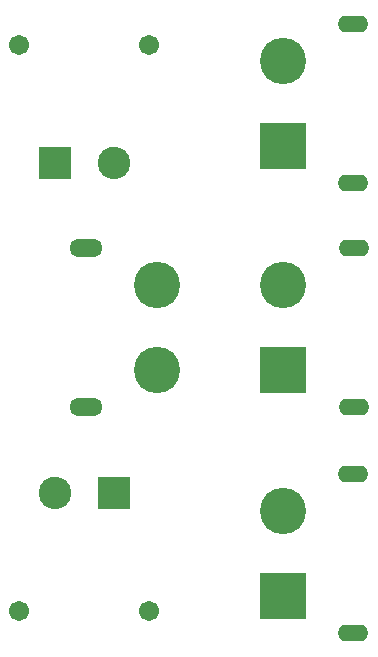
<source format=gbr>
%TF.GenerationSoftware,KiCad,Pcbnew,(6.0.5-0)*%
%TF.CreationDate,2024-03-03T20:53:33-05:00*%
%TF.ProjectId,power_PCB_v0.1,706f7765-725f-4504-9342-5f76302e312e,rev?*%
%TF.SameCoordinates,Original*%
%TF.FileFunction,Soldermask,Bot*%
%TF.FilePolarity,Negative*%
%FSLAX46Y46*%
G04 Gerber Fmt 4.6, Leading zero omitted, Abs format (unit mm)*
G04 Created by KiCad (PCBNEW (6.0.5-0)) date 2024-03-03 20:53:33*
%MOMM*%
%LPD*%
G01*
G04 APERTURE LIST*
G04 Aperture macros list*
%AMRoundRect*
0 Rectangle with rounded corners*
0 $1 Rounding radius*
0 $2 $3 $4 $5 $6 $7 $8 $9 X,Y pos of 4 corners*
0 Add a 4 corners polygon primitive as box body*
4,1,4,$2,$3,$4,$5,$6,$7,$8,$9,$2,$3,0*
0 Add four circle primitives for the rounded corners*
1,1,$1+$1,$2,$3*
1,1,$1+$1,$4,$5*
1,1,$1+$1,$6,$7*
1,1,$1+$1,$8,$9*
0 Add four rect primitives between the rounded corners*
20,1,$1+$1,$2,$3,$4,$5,0*
20,1,$1+$1,$4,$5,$6,$7,0*
20,1,$1+$1,$6,$7,$8,$9,0*
20,1,$1+$1,$8,$9,$2,$3,0*%
G04 Aperture macros list end*
%ADD10RoundRect,0.102000X-1.858000X1.858000X-1.858000X-1.858000X1.858000X-1.858000X1.858000X1.858000X0*%
%ADD11C,3.920000*%
%ADD12O,2.604000X1.404000*%
%ADD13C,2.754000*%
%ADD14RoundRect,0.102000X1.275000X1.275000X-1.275000X1.275000X-1.275000X-1.275000X1.275000X-1.275000X0*%
%ADD15C,1.712000*%
%ADD16O,2.804000X1.504000*%
%ADD17RoundRect,0.102000X-1.275000X-1.275000X1.275000X-1.275000X1.275000X1.275000X-1.275000X1.275000X0*%
G04 APERTURE END LIST*
D10*
%TO.C,J5*%
X136750000Y-76750000D03*
D11*
X136750000Y-69550000D03*
D12*
X142750000Y-79900000D03*
X142750000Y-66400000D03*
%TD*%
D13*
%TO.C,J2*%
X117450000Y-106144250D03*
D14*
X122450000Y-106144250D03*
D15*
X114450000Y-116144250D03*
X125450000Y-116144250D03*
%TD*%
D10*
%TO.C,J4*%
X136800000Y-95750000D03*
D11*
X136800000Y-88550000D03*
D12*
X142800000Y-98900000D03*
X142800000Y-85400000D03*
%TD*%
D10*
%TO.C,J3*%
X136750000Y-114850000D03*
D11*
X136750000Y-107650000D03*
D12*
X142750000Y-118000000D03*
X142750000Y-104500000D03*
%TD*%
D11*
%TO.C,J1*%
X126150000Y-88537500D03*
X126150000Y-95737500D03*
D16*
X120150000Y-85387500D03*
X120150000Y-98887500D03*
%TD*%
D13*
%TO.C,J6*%
X122450000Y-78200000D03*
D17*
X117450000Y-78200000D03*
D15*
X125450000Y-68200000D03*
X114450000Y-68200000D03*
%TD*%
M02*

</source>
